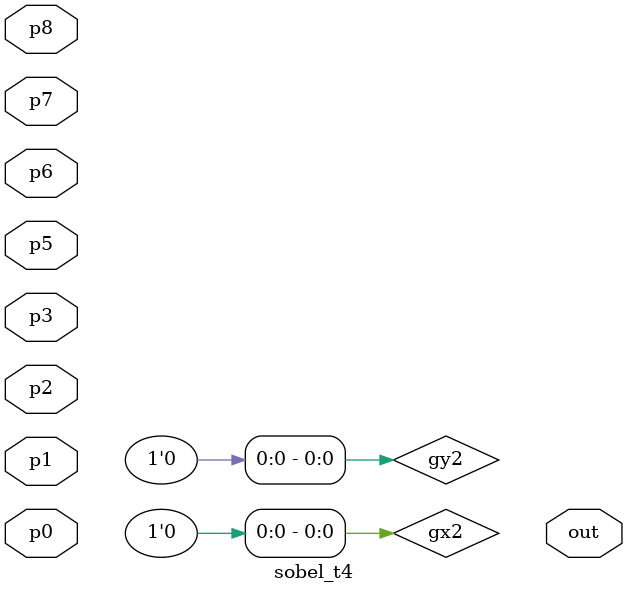
<source format=v>
`timescale 1ns / 1ps
module sobel_t4(p0, p1, p2, p3, p5, p6, p7, p8, out);

input  [7:0] p0,p1,p2,p3,p5,p6,p7,p8;	// 8 bit pixels inputs 
output [7:0] out;					// 8 bit output pixel 

wire signed [10:0] gx,gy;    //11 bits because max value of gx and gy is  
wire signed [10:0] gx1,gx2,gx3, gy1, gy2, gy3;    //11 bits because max value of gx and gy is  
//255*4 and last bit for sign					 
wire signed [10:0] abs_gx,abs_gy;	//it is used to find the absolute value of gx and gy 
wire [10:0] sum;			//the max value is 255*8. here no sign bit needed. 

assign gx1=(p2-p0);//sobel mask for gradient in horiz. direction 
assign gx2=((p5-p3)<<1);//sobel mask for gradient in horiz. direction 
assign gx3=(p8-p6);//sobel mask for gradient in horiz. direction 
assign gy1=(p0-p6);//sobel mask for gradient in vertical direction 
assign gy2=((p1-p7)<<1);//sobel mask for gradient in vertical direction 
assign gy3=(p2-p8);//sobel mask for gradient in vertical direction 

assign gx=(gx1+gx2+gx3);//sobel mask for gradient in horiz. direction 



endmodule

</source>
